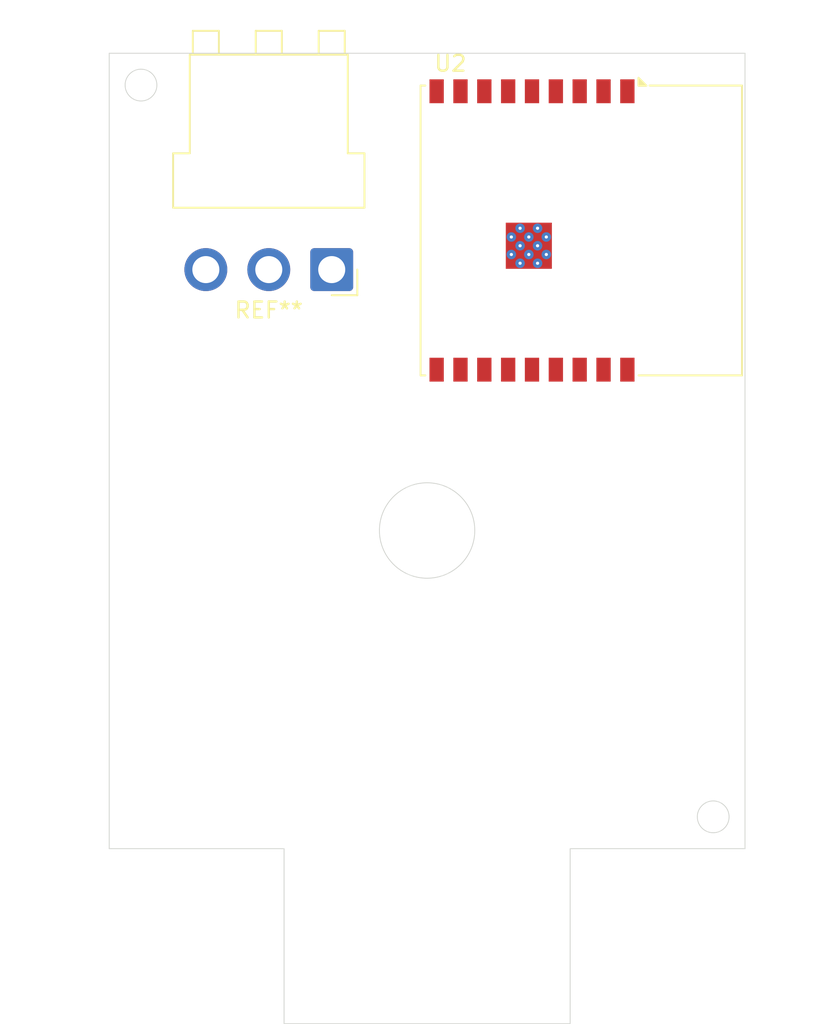
<source format=kicad_pcb>
(kicad_pcb (version 20240108) (generator "pcbnew") (generator_version "8.0")
  (layers (0 "F.Cu" signal) (31 "B.Cu" signal) (34 "B.Paste" user) (35 "F.Paste" user) (36 "B.SilkS" user "B.Silkscreen") (37 "F.SilkS" user "F.Silkscreen") (38 "B.Mask" user) (39 "F.Mask" user) (44 "Edge.Cuts" user))
  (net 0 "")
  (net 1 "GND")
  (net 2 "D-")
  (net 3 "D+")
  (net 4 "G_PWM")
  (net 5 "W_PWM")
  (net 7 "R_PWM")
  (net 8 "Net-(D2-A)")
  (net 9 "Net-(U2-3V3)")
  (net 11 "PWR_SENS")
  (net 15 "B_PWM")
  (footprint "Connector_JST:JST_VH_B3PS-VH_1x03_P3.96mm_Horizontal" (layer "F.Cu") (at 139 88.6 180)
    (property "Reference" "REF**" (at 3.96 -2.55 360) (layer "F.SilkS"))
    (property "Value" "JST_VH_B3PS-VH_1x03_P3.96mm_Horizontal")
    (fp_line (start 9.98 7.31) (end 8.93 7.31) (stroke (width 0.12)) (layer "F.SilkS"))
    (fp_line (start 9.98 3.89) (end 9.98 7.31) (stroke (width 0.12)) (layer "F.SilkS"))
    (fp_line (start 8.93 13.51) (end -1.01 13.51) (stroke (width 0.12)) (layer "F.SilkS"))
    (fp_line (start 8.93 7.31) (end 8.93 13.51) (stroke (width 0.12)) (layer "F.SilkS"))
    (fp_line (start 8.74 15.01) (end 8.74 13.51) (stroke (width 0.12)) (layer "F.SilkS"))
    (fp_line (start 7.1 15.01) (end 8.74 15.01) (stroke (width 0.12)) (layer "F.SilkS"))
    (fp_line (start 7.1 13.51) (end 7.1 15.01) (stroke (width 0.12)) (layer "F.SilkS"))
    (fp_line (start 4.78 15.01) (end 4.78 13.51) (stroke (width 0.12)) (layer "F.SilkS"))
    (fp_line (start 3.14 15.01) (end 4.78 15.01) (stroke (width 0.12)) (layer "F.SilkS"))
    (fp_line (start 3.14 13.51) (end 3.14 15.01) (stroke (width 0.12)) (layer "F.SilkS"))
    (fp_line (start 0.82 15.01) (end 0.82 13.51) (stroke (width 0.12)) (layer "F.SilkS"))
    (fp_line (start 0 -1.61) (end -1.61 -1.61) (stroke (width 0.12)) (layer "F.SilkS"))
    (fp_line (start -0.82 15.01) (end 0.82 15.01) (stroke (width 0.12)) (layer "F.SilkS"))
    (fp_line (start -0.82 13.51) (end -0.82 15.01) (stroke (width 0.12)) (layer "F.SilkS"))
    (fp_line (start -1.01 13.51) (end -1.01 7.31) (stroke (width 0.12)) (layer "F.SilkS"))
    (fp_line (start -1.01 7.31) (end -2.06 7.31) (stroke (width 0.12)) (layer "F.SilkS"))
    (fp_line (start -1.61 -1.61) (end -1.61 0) (stroke (width 0.12)) (layer "F.SilkS"))
    (fp_line (start -2.06 7.31) (end -2.06 3.89) (stroke (width 0.12)) (layer "F.SilkS"))
    (fp_line (start -2.06 3.89) (end 9.98 3.89) (stroke (width 0.12)) (layer "F.SilkS"))
    (pad "1" thru_hole roundrect (at 0 0 180) (size 2.7 2.7) (drill 1.7) (layers "*.Cu" "*.Mask") (roundrect_rratio 0.092593))
    (pad "2" thru_hole circle (at 3.96 0 180) (size 2.7 2.7) (drill 1.7) (layers "*.Cu" "*.Mask"))
    (pad "3" thru_hole circle (at 7.92 0 180) (size 2.7 2.7) (drill 1.7) (layers "*.Cu" "*.Mask"))
  )
  (footprint "RF_Module:ESP32-C3-WROOM-02" (layer "F.Cu") (at 151.6 86.14 -90)
    (property "Reference" "U2" (at -10.5 5.13 0) (layer "F.SilkS"))
    (property "Value" "ESP32-C3-WROOM-02")
    (fp_line (start -9.11 7.01) (end 9.11 7.01) (stroke (width 0.12)) (layer "F.SilkS"))
    (fp_line (start -9.11 6.71) (end -9.11 7.01) (stroke (width 0.12)) (layer "F.SilkS"))
    (fp_line (start 9.11 6.71) (end 9.11 7.01) (stroke (width 0.12)) (layer "F.SilkS"))
    (fp_line (start -9.11 -13.21) (end -9.11 -7.4) (stroke (width 0.12)) (layer "F.SilkS"))
    (fp_line (start -9.11 -13.21) (end 9.11 -13.21) (stroke (width 0.12)) (layer "F.SilkS"))
    (fp_line (start 9.11 -13.21) (end 9.11 -6.71) (stroke (width 0.12)) (layer "F.SilkS"))
    (fp_poly (pts (xy -9.1 -6.7) (xy -9.6 -6.7) (xy -9.1 -7.2) (xy -9.1 -6.7)) (stroke (width 0.12)) (fill solid) (layer "F.SilkS"))
    (pad "1" smd rect (at -8.75 -6 270) (size 1.5 0.9) (layers "F.Cu" "F.Paste" "F.Mask") (net 9 "Net-(U2-3V3)"))
    (pad "2" smd rect (at -8.75 -4.5 270) (size 1.5 0.9) (layers "F.Cu" "F.Paste" "F.Mask") (net 9 "Net-(U2-3V3)"))
    (pad "3" smd rect (at -8.75 -3 270) (size 1.5 0.9) (layers "F.Cu" "F.Paste" "F.Mask") (net 8 "Net-(D2-A)"))
    (pad "4" smd rect (at -8.75 -1.5 270) (size 1.5 0.9) (layers "F.Cu" "F.Paste" "F.Mask") (net 7 "R_PWM"))
    (pad "5" smd rect (at -8.75 0 270) (size 1.5 0.9) (layers "F.Cu" "F.Paste" "F.Mask") (net 4 "G_PWM"))
    (pad "6" smd rect (at -8.75 1.5 270) (size 1.5 0.9) (layers "F.Cu" "F.Paste" "F.Mask") (net 15 "B_PWM"))
    (pad "7" smd rect (at -8.75 3 270) (size 1.5 0.9) (layers "F.Cu" "F.Paste" "F.Mask") (net 5 "W_PWM"))
    (pad "8" smd rect (at -8.75 4.5 270) (size 1.5 0.9) (layers "F.Cu" "F.Paste" "F.Mask"))
    (pad "9" smd rect (at -8.75 6 270) (size 1.5 0.9) (layers "F.Cu" "F.Paste" "F.Mask") (net 1 "GND"))
    (pad "10" smd rect (at 8.75 6 270) (size 1.5 0.9) (layers "F.Cu" "F.Paste" "F.Mask"))
    (pad "11" smd rect (at 8.75 4.5 270) (size 1.5 0.9) (layers "F.Cu" "F.Paste" "F.Mask"))
    (pad "12" smd rect (at 8.75 3 270) (size 1.5 0.9) (layers "F.Cu" "F.Paste" "F.Mask"))
    (pad "13" smd rect (at 8.75 1.5 270) (size 1.5 0.9) (layers "F.Cu" "F.Paste" "F.Mask") (net 2 "D-"))
    (pad "14" smd rect (at 8.75 0 270) (size 1.5 0.9) (layers "F.Cu" "F.Paste" "F.Mask") (net 3 "D+"))
    (pad "15" smd rect (at 8.75 -1.5 270) (size 1.5 0.9) (layers "F.Cu" "F.Paste" "F.Mask"))
    (pad "16" smd rect (at 8.75 -3 270) (size 1.5 0.9) (layers "F.Cu" "F.Paste" "F.Mask"))
    (pad "17" smd rect (at 8.75 -4.5 270) (size 1.5 0.9) (layers "F.Cu" "F.Paste" "F.Mask"))
    (pad "18" smd rect (at 8.75 -6 270) (size 1.5 0.9) (layers "F.Cu" "F.Paste" "F.Mask") (net 11 "PWR_SENS"))
    (pad "19" thru_hole circle (at -0.14 -0.35 270) (size 0.6 0.6) (drill 0.2) (property pad_prop_heatsink) (layers "*.Cu" "F.Mask") (net 1 "GND"))
    (pad "19" thru_hole circle (at -0.14 0.75 270) (size 0.6 0.6) (drill 0.2) (property pad_prop_heatsink) (layers "*.Cu" "F.Mask") (net 1 "GND"))
    (pad "19" thru_hole circle (at 0.41 -0.9 270) (size 0.6 0.6) (drill 0.2) (property pad_prop_heatsink) (layers "*.Cu" "F.Mask") (net 1 "GND"))
    (pad "19" thru_hole circle (at 0.41 0.2 270) (size 0.6 0.6) (drill 0.2) (property pad_prop_heatsink) (layers "*.Cu" "F.Mask") (net 1 "GND"))
    (pad "19" thru_hole circle (at 0.41 1.3 270) (size 0.6 0.6) (drill 0.2) (property pad_prop_heatsink) (layers "*.Cu" "F.Mask") (net 1 "GND"))
    (pad "19" thru_hole circle (at 0.96 -0.35 270) (size 0.6 0.6) (drill 0.2) (property pad_prop_heatsink) (layers "*.Cu" "F.Mask") (net 1 "GND"))
    (pad "19" smd rect (at 0.96 0.2 270) (size 2.9 2.9) (property pad_prop_heatsink) (layers "F.Cu" "F.Mask") (net 1 "GND"))
    (pad "19" thru_hole circle (at 0.96 0.75 270) (size 0.6 0.6) (drill 0.2) (property pad_prop_heatsink) (layers "*.Cu" "F.Mask") (net 1 "GND"))
    (pad "19" thru_hole circle (at 1.51 -0.9 270) (size 0.6 0.6) (drill 0.2) (property pad_prop_heatsink) (layers "*.Cu" "F.Mask") (net 1 "GND"))
    (pad "19" thru_hole circle (at 1.51 0.2 270) (size 0.6 0.6) (drill 0.2) (property pad_prop_heatsink) (layers "*.Cu" "F.Mask") (net 1 "GND"))
    (pad "19" thru_hole circle (at 1.51 1.3 270) (size 0.6 0.6) (drill 0.2) (property pad_prop_heatsink) (layers "*.Cu" "F.Mask") (net 1 "GND"))
    (pad "19" thru_hole circle (at 2.06 -0.35 270) (size 0.6 0.6) (drill 0.2) (property pad_prop_heatsink) (layers "*.Cu" "F.Mask") (net 1 "GND"))
    (pad "19" thru_hole circle (at 2.06 0.75 270) (size 0.6 0.6) (drill 0.2) (property pad_prop_heatsink) (layers "*.Cu" "F.Mask") (net 1 "GND"))
  )
  (gr_circle (center 127 77) (end 127 78) (stroke (width 0.05)) (fill none) (layer "Edge.Cuts"))
  (gr_line (start 165 125) (end 154 125) (stroke (width 0.05)) (layer "Edge.Cuts"))
  (gr_line (start 136 136) (end 136 125) (stroke (width 0.05)) (layer "Edge.Cuts"))
  (gr_line (start 154 125) (end 154 136) (stroke (width 0.05)) (layer "Edge.Cuts"))
  (gr_line (start 165 75) (end 165 125) (stroke (width 0.05)) (layer "Edge.Cuts"))
  (gr_circle (center 163 123) (end 163 122) (stroke (width 0.05)) (fill none) (layer "Edge.Cuts"))
  (gr_line (start 125 75) (end 165 75) (stroke (width 0.05)) (layer "Edge.Cuts"))
  (gr_line (start 136 125) (end 125 125) (stroke (width 0.05)) (layer "Edge.Cuts"))
  (gr_line (start 125 125) (end 125 75) (stroke (width 0.05)) (layer "Edge.Cuts"))
  (gr_line (start 154 136) (end 136 136) (stroke (width 0.05)) (layer "Edge.Cuts"))
  (gr_circle (center 145 105) (end 145 108) (stroke (width 0.05)) (fill none) (layer "Edge.Cuts"))
)
</source>
